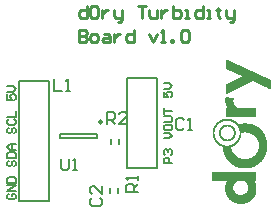
<source format=gto>
%FSLAX25Y25*%
%MOIN*%
G70*
G01*
G75*
G04 Layer_Color=65535*
%ADD10R,0.03543X0.03150*%
%ADD11R,0.03543X0.02756*%
%ADD12R,0.02756X0.05118*%
%ADD13R,0.03347X0.02756*%
%ADD14C,0.01969*%
%ADD15C,0.01575*%
%ADD16C,0.01181*%
%ADD17C,0.00984*%
%ADD18C,0.05906*%
%ADD19R,0.05906X0.05906*%
%ADD20C,0.06000*%
%ADD21C,0.02500*%
%ADD22C,0.00050*%
%ADD23C,0.00787*%
%ADD24C,0.01000*%
%ADD25C,0.00606*%
D17*
X527461Y425984D02*
G03*
X527461Y425984I-492J0D01*
G01*
D22*
X564218Y406547D02*
Y409147D01*
X564268Y406547D02*
Y409147D01*
X564318Y406547D02*
Y409147D01*
X564368Y406547D02*
Y409147D01*
X564418Y406547D02*
Y409147D01*
Y421897D02*
Y422847D01*
X564468Y406547D02*
Y409147D01*
Y421597D02*
Y423197D01*
X564518Y406547D02*
Y409147D01*
Y421347D02*
Y423447D01*
X564568Y406547D02*
Y409147D01*
Y421147D02*
Y423647D01*
X564618Y406547D02*
Y409147D01*
Y420997D02*
Y423797D01*
X564668Y406547D02*
Y409147D01*
Y420847D02*
Y421947D01*
Y422847D02*
Y423947D01*
X564718Y406547D02*
Y409147D01*
Y420697D02*
Y421597D01*
Y423197D02*
Y424097D01*
X564768Y406547D02*
Y409147D01*
Y420597D02*
Y421397D01*
Y423397D02*
Y424197D01*
X564818Y406547D02*
Y409147D01*
Y420497D02*
Y421197D01*
Y423597D02*
Y424297D01*
X564868Y406547D02*
Y409147D01*
Y420397D02*
Y421047D01*
Y423797D02*
Y424397D01*
X564918Y406547D02*
Y409147D01*
Y420297D02*
Y420897D01*
Y423897D02*
Y424547D01*
X564968Y406547D02*
Y409147D01*
Y420197D02*
Y420747D01*
Y424047D02*
Y424647D01*
X565018Y406547D02*
Y409147D01*
Y420097D02*
Y420647D01*
Y424147D02*
Y424697D01*
X565068Y406547D02*
Y409147D01*
Y419997D02*
Y420547D01*
Y424247D02*
Y424797D01*
X565118Y406547D02*
Y409147D01*
Y419947D02*
Y420447D01*
Y424347D02*
Y424847D01*
X565168Y406547D02*
Y409147D01*
Y419847D02*
Y420347D01*
Y424447D02*
Y424947D01*
X565218Y406547D02*
Y409147D01*
Y419797D02*
Y420247D01*
Y424547D02*
Y424997D01*
X565268Y406547D02*
Y409147D01*
Y419697D02*
Y420147D01*
Y424647D02*
Y425097D01*
X565318Y406547D02*
Y409147D01*
Y419647D02*
Y420097D01*
Y424697D02*
Y425147D01*
X565368Y406547D02*
Y409147D01*
Y419597D02*
Y419997D01*
Y424797D02*
Y425247D01*
X565418Y406547D02*
Y409147D01*
Y419497D02*
Y419947D01*
Y424847D02*
Y425297D01*
X565468Y406547D02*
Y409147D01*
Y419447D02*
Y419847D01*
Y424947D02*
Y425347D01*
X565518Y406547D02*
Y409147D01*
Y419397D02*
Y419797D01*
Y424997D02*
Y425397D01*
X565568Y406547D02*
Y409147D01*
Y419347D02*
Y419747D01*
Y425047D02*
Y425447D01*
X565618Y406547D02*
Y409147D01*
Y419297D02*
Y419647D01*
Y425147D02*
Y425497D01*
X565668Y406547D02*
Y409147D01*
Y419247D02*
Y419597D01*
Y425197D02*
Y425547D01*
X565718Y406547D02*
Y409147D01*
Y419197D02*
Y419547D01*
Y425247D02*
Y425647D01*
X565768Y406547D02*
Y409147D01*
Y419147D02*
Y419497D01*
Y425297D02*
Y425697D01*
X565818Y406547D02*
Y409147D01*
Y419097D02*
Y419447D01*
Y425347D02*
Y425697D01*
X565868Y406547D02*
Y409147D01*
Y419047D02*
Y419397D01*
Y425397D02*
Y425747D01*
X565918Y406547D02*
Y409147D01*
Y418997D02*
Y419347D01*
Y425497D02*
Y425797D01*
X565968Y406547D02*
Y409147D01*
Y418947D02*
Y419297D01*
Y425497D02*
Y425847D01*
X566018Y406547D02*
Y409147D01*
Y418897D02*
Y419247D01*
Y425547D02*
Y425897D01*
X566068Y406547D02*
Y409147D01*
Y418847D02*
Y419197D01*
Y425597D02*
Y425947D01*
X566118Y406547D02*
Y409147D01*
Y418797D02*
Y419147D01*
Y425647D02*
Y425997D01*
X566168Y406547D02*
Y409147D01*
Y418797D02*
Y419097D01*
Y425697D02*
Y425997D01*
X566218Y406547D02*
Y409147D01*
Y418747D02*
Y419047D01*
Y425747D02*
Y426047D01*
X566268Y406547D02*
Y409147D01*
Y418697D02*
Y418997D01*
Y425797D02*
Y426097D01*
X566318Y406547D02*
Y409147D01*
Y418647D02*
Y418997D01*
Y425847D02*
Y426147D01*
X566368Y406547D02*
Y409147D01*
Y418647D02*
Y418947D01*
Y425847D02*
Y426147D01*
X566418Y406547D02*
Y409147D01*
Y418597D02*
Y418897D01*
Y425897D02*
Y426197D01*
X566468Y406547D02*
Y409147D01*
Y418547D02*
Y418847D01*
Y425947D02*
Y426247D01*
X566518Y406547D02*
Y409147D01*
Y418547D02*
Y418847D01*
Y422047D02*
Y422747D01*
Y425947D02*
Y426247D01*
X566568Y406547D02*
Y409147D01*
Y418497D02*
Y418797D01*
Y421797D02*
Y423047D01*
Y425997D02*
Y426297D01*
X566618Y406547D02*
Y409147D01*
Y418447D02*
Y418747D01*
Y421597D02*
Y423247D01*
Y426047D02*
Y426347D01*
X566668Y406547D02*
Y409147D01*
Y418447D02*
Y418747D01*
Y421497D02*
Y423397D01*
Y426047D02*
Y426347D01*
X566718Y406547D02*
Y409147D01*
Y418397D02*
Y418697D01*
Y421347D02*
Y423497D01*
Y426097D02*
Y426397D01*
X566768Y406547D02*
Y409147D01*
Y418397D02*
Y418647D01*
Y421247D02*
Y422147D01*
Y422747D02*
Y423597D01*
Y426147D02*
Y426397D01*
X566818Y406547D02*
Y409147D01*
Y418347D02*
Y418647D01*
Y421147D02*
Y421897D01*
Y423047D02*
Y423697D01*
Y426147D02*
Y426447D01*
X566868Y406547D02*
Y409147D01*
Y418297D02*
Y418597D01*
Y421097D02*
Y421697D01*
Y423197D02*
Y423797D01*
Y426197D02*
Y426497D01*
X566918Y406547D02*
Y409147D01*
Y418297D02*
Y418597D01*
Y420997D02*
Y421547D01*
Y423347D02*
Y423847D01*
Y426197D02*
Y426497D01*
X566968Y406547D02*
Y409147D01*
Y418297D02*
Y418547D01*
Y420947D02*
Y421447D01*
Y423447D02*
Y423947D01*
Y426247D02*
Y426547D01*
X567018Y406547D02*
Y409147D01*
Y418247D02*
Y418547D01*
Y420847D02*
Y421347D01*
Y423547D02*
Y423997D01*
Y426247D02*
Y426547D01*
X567068Y406547D02*
Y409147D01*
Y418247D02*
Y418497D01*
Y420797D02*
Y421247D01*
Y423647D02*
Y424047D01*
Y426297D02*
Y426547D01*
X567118Y406547D02*
Y409147D01*
Y418197D02*
Y418497D01*
Y420747D02*
Y421197D01*
Y423697D02*
Y424097D01*
Y426297D02*
Y426597D01*
X567168Y406547D02*
Y409147D01*
Y418197D02*
Y418447D01*
Y420697D02*
Y421097D01*
Y423797D02*
Y424197D01*
Y426347D02*
Y426597D01*
X567218Y406547D02*
Y409147D01*
Y418147D02*
Y418447D01*
Y420647D02*
Y421047D01*
Y423847D02*
Y424247D01*
Y426347D02*
Y426647D01*
X567268Y406547D02*
Y409147D01*
Y418147D02*
Y418397D01*
Y420597D02*
Y420997D01*
Y423897D02*
Y424297D01*
Y426397D02*
Y426647D01*
X567318Y406547D02*
Y409147D01*
Y418097D02*
Y418397D01*
Y420547D02*
Y420947D01*
Y423947D02*
Y424347D01*
Y426397D02*
Y426697D01*
X567368Y406547D02*
Y409147D01*
Y418097D02*
Y418347D01*
Y420497D02*
Y420847D01*
Y424047D02*
Y424397D01*
Y426447D02*
Y426697D01*
X567418Y406547D02*
Y409147D01*
Y418097D02*
Y418347D01*
Y420447D02*
Y420797D01*
Y424097D02*
Y424397D01*
Y426447D02*
Y426697D01*
X567468Y406547D02*
Y409147D01*
Y418047D02*
Y418347D01*
Y420397D02*
Y420747D01*
Y424147D02*
Y424447D01*
Y426447D02*
Y426747D01*
X567518Y406547D02*
Y409147D01*
Y418047D02*
Y418297D01*
Y420347D02*
Y420697D01*
Y424197D02*
Y424497D01*
Y426497D02*
Y426747D01*
X567568Y406547D02*
Y409147D01*
Y418047D02*
Y418297D01*
Y420347D02*
Y420697D01*
Y424247D02*
Y424547D01*
Y426497D02*
Y426797D01*
X567618Y406547D02*
Y409147D01*
Y417997D02*
Y418297D01*
Y420297D02*
Y420647D01*
Y424247D02*
Y424597D01*
Y426547D02*
Y426797D01*
X567668Y406547D02*
Y409147D01*
Y417997D02*
Y418247D01*
Y420247D02*
Y420597D01*
Y424297D02*
Y424647D01*
Y426547D02*
Y426797D01*
X567718Y406547D02*
Y409147D01*
Y417997D02*
Y418247D01*
Y420247D02*
Y420547D01*
Y424347D02*
Y424647D01*
Y426547D02*
Y426797D01*
X567768Y406547D02*
Y409147D01*
Y417697D02*
Y418247D01*
Y420197D02*
Y420497D01*
Y424397D02*
Y424697D01*
Y426597D02*
Y426847D01*
X567818Y406547D02*
Y409147D01*
Y417147D02*
Y418197D01*
Y420147D02*
Y420497D01*
Y424397D02*
Y424697D01*
Y426597D02*
Y426847D01*
X567868Y406547D02*
Y409147D01*
Y416797D02*
Y418197D01*
Y420147D02*
Y420447D01*
Y424447D02*
Y424747D01*
Y426597D02*
Y426847D01*
X567918Y406547D02*
Y409147D01*
Y416547D02*
Y418197D01*
Y420097D02*
Y420397D01*
Y424497D02*
Y424747D01*
Y426597D02*
Y426847D01*
X567968Y406547D02*
Y409147D01*
Y416297D02*
Y418197D01*
Y420097D02*
Y420397D01*
Y424497D02*
Y424797D01*
Y426647D02*
Y426897D01*
X568018Y406547D02*
Y409147D01*
Y416097D02*
Y418147D01*
Y420047D02*
Y420347D01*
Y424547D02*
Y424797D01*
Y426647D02*
Y426897D01*
X568068Y406547D02*
Y409147D01*
Y415897D02*
Y418147D01*
Y420047D02*
Y420347D01*
Y424547D02*
Y424847D01*
Y426647D02*
Y426897D01*
X568118Y406547D02*
Y409147D01*
Y415747D02*
Y418147D01*
Y420047D02*
Y420297D01*
Y424597D02*
Y424847D01*
Y426647D02*
Y426897D01*
X568168Y406547D02*
Y409147D01*
Y415597D02*
Y418147D01*
Y419997D02*
Y420297D01*
Y424597D02*
Y424897D01*
Y426647D02*
Y426897D01*
X568218Y406547D02*
Y409147D01*
Y415447D02*
Y418097D01*
Y419997D02*
Y420247D01*
Y424647D02*
Y424897D01*
Y426697D02*
Y426947D01*
X568268Y406547D02*
Y409147D01*
Y415347D02*
Y418097D01*
Y419947D02*
Y420247D01*
Y424647D02*
Y424897D01*
Y426697D02*
Y426947D01*
X568318Y406547D02*
Y409147D01*
Y415197D02*
Y418097D01*
Y419947D02*
Y420247D01*
Y424647D02*
Y424947D01*
Y426697D02*
Y426947D01*
X568368Y406547D02*
Y409147D01*
Y415097D02*
Y418097D01*
Y419947D02*
Y420197D01*
Y424697D02*
Y424947D01*
Y426697D02*
Y426947D01*
X568418Y406547D02*
Y409147D01*
Y414947D02*
Y418097D01*
Y419897D02*
Y420197D01*
Y424697D02*
Y424947D01*
Y426697D02*
Y426947D01*
X568468Y406547D02*
Y409147D01*
Y414847D02*
Y418097D01*
Y419897D02*
Y420197D01*
Y424697D02*
Y424947D01*
Y426697D02*
Y426947D01*
X568518Y406547D02*
Y409147D01*
Y414747D02*
Y418097D01*
Y419897D02*
Y420197D01*
Y424747D02*
Y424997D01*
Y426747D02*
Y426997D01*
X568568Y403097D02*
Y404497D01*
Y406547D02*
Y409147D01*
Y414647D02*
Y418047D01*
Y419897D02*
Y420147D01*
Y424747D02*
Y424997D01*
Y426747D02*
Y426997D01*
Y433197D02*
Y433497D01*
X568618Y402847D02*
Y404797D01*
Y406547D02*
Y409147D01*
Y414547D02*
Y418047D01*
Y419897D02*
Y420147D01*
Y424747D02*
Y424997D01*
Y426747D02*
Y426997D01*
Y432647D02*
Y434047D01*
X568668Y402597D02*
Y404997D01*
Y406547D02*
Y409147D01*
Y414447D02*
Y418047D01*
Y419897D02*
Y420147D01*
Y424747D02*
Y424997D01*
Y426747D02*
Y426997D01*
Y432397D02*
Y434247D01*
X568718Y402447D02*
Y405197D01*
Y406547D02*
Y409147D01*
Y414397D02*
Y418047D01*
Y419847D02*
Y420147D01*
Y424747D02*
Y424997D01*
Y426747D02*
Y426997D01*
Y432197D02*
Y434197D01*
X568768Y402297D02*
Y405347D01*
Y406547D02*
Y409147D01*
Y414297D02*
Y418047D01*
Y419847D02*
Y420147D01*
Y424797D02*
Y425047D01*
Y426747D02*
Y426997D01*
Y427997D02*
Y430497D01*
Y432047D02*
Y434197D01*
Y435647D02*
Y438497D01*
Y443997D02*
Y446747D01*
X568818Y402147D02*
Y405447D01*
Y406547D02*
Y409147D01*
Y414197D02*
Y418047D01*
Y419847D02*
Y420097D01*
Y424797D02*
Y425047D01*
Y426747D02*
Y426997D01*
Y427997D02*
Y430497D01*
Y431897D02*
Y434197D01*
Y435647D02*
Y438547D01*
Y443947D02*
Y446697D01*
X568868Y401997D02*
Y405597D01*
Y406547D02*
Y409147D01*
Y414147D02*
Y418047D01*
Y419847D02*
Y420097D01*
Y424797D02*
Y425047D01*
Y426747D02*
Y426997D01*
Y427997D02*
Y430497D01*
Y431747D02*
Y434197D01*
Y435697D02*
Y438547D01*
Y443947D02*
Y446697D01*
X568918Y401897D02*
Y405697D01*
Y406547D02*
Y409147D01*
Y414047D02*
Y418047D01*
Y419847D02*
Y420097D01*
Y424797D02*
Y425047D01*
Y426747D02*
Y426997D01*
Y427997D02*
Y430497D01*
Y431647D02*
Y434197D01*
Y435697D02*
Y438597D01*
Y443897D02*
Y446647D01*
X568968Y401797D02*
Y405797D01*
Y406547D02*
Y409147D01*
Y413947D02*
Y418047D01*
Y419847D02*
Y420097D01*
Y424797D02*
Y425047D01*
Y426747D02*
Y426997D01*
Y427997D02*
Y430497D01*
Y431547D02*
Y434197D01*
Y435747D02*
Y438597D01*
Y443897D02*
Y446647D01*
X569018Y401697D02*
Y405897D01*
Y406547D02*
Y409147D01*
Y413897D02*
Y418047D01*
Y419847D02*
Y420097D01*
Y424797D02*
Y425047D01*
Y426747D02*
Y426997D01*
Y427997D02*
Y430497D01*
Y431447D02*
Y434197D01*
Y435747D02*
Y438647D01*
Y443897D02*
Y446597D01*
X569068Y401597D02*
Y405997D01*
Y406547D02*
Y409147D01*
Y413797D02*
Y418047D01*
Y419847D02*
Y420097D01*
Y424797D02*
Y425047D01*
Y426747D02*
Y426997D01*
Y427997D02*
Y430497D01*
Y431347D02*
Y434197D01*
Y435797D02*
Y438647D01*
Y443847D02*
Y446597D01*
X569118Y401497D02*
Y406097D01*
Y406547D02*
Y409147D01*
Y413747D02*
Y418047D01*
Y419847D02*
Y420097D01*
Y424797D02*
Y425047D01*
Y426747D02*
Y426997D01*
Y427997D02*
Y430497D01*
Y431247D02*
Y434147D01*
Y435797D02*
Y438697D01*
Y443847D02*
Y446597D01*
X569168Y401397D02*
Y406147D01*
Y406547D02*
Y409147D01*
Y413697D02*
Y418047D01*
Y419847D02*
Y420097D01*
Y424797D02*
Y425047D01*
Y426747D02*
Y426997D01*
Y427997D02*
Y430497D01*
Y431147D02*
Y434147D01*
Y435847D02*
Y438697D01*
Y443797D02*
Y446547D01*
X569218Y401347D02*
Y406247D01*
Y406547D02*
Y409147D01*
Y413597D02*
Y418047D01*
Y419847D02*
Y420097D01*
Y424797D02*
Y425047D01*
Y426747D02*
Y426997D01*
Y427997D02*
Y430497D01*
Y431097D02*
Y434147D01*
Y435847D02*
Y438747D01*
Y443797D02*
Y446547D01*
X569268Y401247D02*
Y406297D01*
Y406547D02*
Y409147D01*
Y413547D02*
Y418047D01*
Y419847D02*
Y420097D01*
Y424797D02*
Y425047D01*
Y426747D02*
Y426997D01*
Y427997D02*
Y430497D01*
Y431047D02*
Y434147D01*
Y435897D02*
Y438747D01*
Y443747D02*
Y446497D01*
X569318Y401197D02*
Y406397D01*
Y406547D02*
Y409147D01*
Y413497D02*
Y418047D01*
Y419847D02*
Y420097D01*
Y424797D02*
Y425047D01*
Y426747D02*
Y426997D01*
Y427997D02*
Y430497D01*
Y430947D02*
Y434147D01*
Y435897D02*
Y438797D01*
Y443747D02*
Y446497D01*
X569368Y401097D02*
Y406447D01*
Y406547D02*
Y409147D01*
Y413447D02*
Y418047D01*
Y419847D02*
Y420097D01*
Y424797D02*
Y425047D01*
Y426747D02*
Y426997D01*
Y427997D02*
Y430497D01*
Y430897D02*
Y434147D01*
Y435947D02*
Y438797D01*
Y443697D02*
Y446447D01*
X569418Y401047D02*
Y409147D01*
Y413347D02*
Y418047D01*
Y419847D02*
Y420147D01*
Y424797D02*
Y425047D01*
Y426747D02*
Y426997D01*
Y427997D02*
Y430497D01*
Y430847D02*
Y434147D01*
Y435947D02*
Y438847D01*
Y443697D02*
Y446447D01*
X569468Y400997D02*
Y409147D01*
Y413297D02*
Y418097D01*
Y419897D02*
Y420147D01*
Y424747D02*
Y424997D01*
Y426747D02*
Y426997D01*
Y427997D02*
Y430497D01*
Y430797D02*
Y434147D01*
Y435997D02*
Y438847D01*
Y443697D02*
Y446397D01*
X569518Y400897D02*
Y409147D01*
Y413247D02*
Y418097D01*
Y419897D02*
Y420147D01*
Y424747D02*
Y424997D01*
Y426697D02*
Y426947D01*
Y427997D02*
Y430497D01*
Y430747D02*
Y434097D01*
Y435997D02*
Y438847D01*
Y443647D02*
Y446397D01*
X569568Y400847D02*
Y409147D01*
Y413197D02*
Y418097D01*
Y419897D02*
Y420147D01*
Y424747D02*
Y424997D01*
Y426697D02*
Y426947D01*
Y427997D02*
Y430497D01*
Y430697D02*
Y434097D01*
Y436047D02*
Y438897D01*
Y443647D02*
Y446347D01*
X569618Y400797D02*
Y409147D01*
Y413147D02*
Y418097D01*
Y419897D02*
Y420147D01*
Y424747D02*
Y424997D01*
Y426697D02*
Y426947D01*
Y427997D02*
Y430497D01*
Y430647D02*
Y434097D01*
Y436047D02*
Y438897D01*
Y443597D02*
Y446347D01*
X569668Y400747D02*
Y409147D01*
Y413097D02*
Y418097D01*
Y419897D02*
Y420147D01*
Y424747D02*
Y424997D01*
Y426697D02*
Y426947D01*
Y427997D02*
Y430497D01*
Y430597D02*
Y434097D01*
Y436097D02*
Y438947D01*
Y443597D02*
Y446297D01*
X569718Y400697D02*
Y409147D01*
Y413047D02*
Y418097D01*
Y419947D02*
Y420197D01*
Y424697D02*
Y424947D01*
Y426697D02*
Y426947D01*
Y427997D02*
Y430497D01*
Y430547D02*
Y434097D01*
Y436097D02*
Y438947D01*
Y443547D02*
Y446297D01*
X569768Y400597D02*
Y409147D01*
Y412997D02*
Y418097D01*
Y419947D02*
Y420197D01*
Y424697D02*
Y424947D01*
Y426697D02*
Y426947D01*
Y427997D02*
Y434097D01*
Y436147D02*
Y438997D01*
Y443547D02*
Y446297D01*
X569818Y400547D02*
Y409147D01*
Y412947D02*
Y418147D01*
Y419947D02*
Y420197D01*
Y424697D02*
Y424947D01*
Y426647D02*
Y426897D01*
Y427997D02*
Y434097D01*
Y436147D02*
Y438997D01*
Y443497D02*
Y446247D01*
X569868Y400497D02*
Y409147D01*
Y412897D02*
Y418147D01*
Y419947D02*
Y420247D01*
Y424647D02*
Y424947D01*
Y426647D02*
Y426897D01*
Y427997D02*
Y434097D01*
Y436197D02*
Y439047D01*
Y443497D02*
Y446247D01*
X569918Y400447D02*
Y409147D01*
Y412847D02*
Y418147D01*
Y419997D02*
Y420247D01*
Y424647D02*
Y424897D01*
Y426647D02*
Y426897D01*
Y427997D02*
Y434047D01*
Y436197D02*
Y439047D01*
Y443447D02*
Y446197D01*
X569968Y400397D02*
Y409147D01*
Y412797D02*
Y418147D01*
Y419997D02*
Y420247D01*
Y424647D02*
Y424897D01*
Y426647D02*
Y426897D01*
Y427997D02*
Y434047D01*
Y436247D02*
Y439097D01*
Y443447D02*
Y446197D01*
X570018Y400347D02*
Y409147D01*
Y412747D02*
Y418197D01*
Y419997D02*
Y420297D01*
Y424597D02*
Y424897D01*
Y426647D02*
Y426897D01*
Y427997D02*
Y434047D01*
Y436247D02*
Y439097D01*
Y443447D02*
Y446147D01*
X570068Y400347D02*
Y409147D01*
Y412697D02*
Y418197D01*
Y420047D02*
Y420297D01*
Y424597D02*
Y424847D01*
Y426597D02*
Y426847D01*
Y427997D02*
Y434047D01*
Y436297D02*
Y439147D01*
Y443397D02*
Y446147D01*
X570118Y400297D02*
Y409147D01*
Y412647D02*
Y418197D01*
Y420047D02*
Y420347D01*
Y424547D02*
Y424847D01*
Y426597D02*
Y426847D01*
Y427997D02*
Y434047D01*
Y436297D02*
Y439147D01*
Y443397D02*
Y446097D01*
X570168Y400247D02*
Y409147D01*
Y412597D02*
Y418197D01*
Y420097D02*
Y420347D01*
Y424547D02*
Y424797D01*
Y426597D02*
Y426847D01*
Y427997D02*
Y434047D01*
Y436347D02*
Y439197D01*
Y443347D02*
Y446097D01*
X570218Y400197D02*
Y409147D01*
Y412547D02*
Y417447D01*
Y417947D02*
Y418247D01*
Y420097D02*
Y420397D01*
Y424497D02*
Y424797D01*
Y426597D02*
Y426847D01*
Y427997D02*
Y434047D01*
Y436347D02*
Y439197D01*
Y443347D02*
Y446047D01*
X570268Y400147D02*
Y409147D01*
Y412497D02*
Y417197D01*
Y417997D02*
Y418247D01*
Y420147D02*
Y420397D01*
Y424497D02*
Y424747D01*
Y426547D02*
Y426797D01*
Y427997D02*
Y434047D01*
Y436397D02*
Y439247D01*
Y443297D02*
Y446047D01*
X570318Y400097D02*
Y409147D01*
Y412447D02*
Y416947D01*
Y417997D02*
Y418247D01*
Y420147D02*
Y420447D01*
Y424447D02*
Y424747D01*
Y426547D02*
Y426797D01*
Y427997D02*
Y433997D01*
Y436397D02*
Y439247D01*
Y443297D02*
Y446047D01*
X570368Y400097D02*
Y409147D01*
Y412447D02*
Y416797D01*
Y417997D02*
Y418297D01*
Y420197D02*
Y420497D01*
Y424447D02*
Y424697D01*
Y426547D02*
Y426797D01*
Y427997D02*
Y433997D01*
Y436447D02*
Y439297D01*
Y443247D02*
Y445997D01*
X570418Y400047D02*
Y409147D01*
Y412397D02*
Y416647D01*
Y418047D02*
Y418297D01*
Y420197D02*
Y420497D01*
Y424397D02*
Y424697D01*
Y426497D02*
Y426747D01*
Y427997D02*
Y433997D01*
Y436447D02*
Y439297D01*
Y443247D02*
Y445997D01*
X570468Y399997D02*
Y409147D01*
Y412347D02*
Y416497D01*
Y418047D02*
Y418297D01*
Y420247D02*
Y420547D01*
Y424347D02*
Y424647D01*
Y426497D02*
Y426747D01*
Y427997D02*
Y433997D01*
Y436497D02*
Y439347D01*
Y443247D02*
Y445947D01*
X570518Y399947D02*
Y409147D01*
Y412297D02*
Y416397D01*
Y418047D02*
Y418347D01*
Y420297D02*
Y420597D01*
Y424297D02*
Y424647D01*
Y426447D02*
Y426747D01*
Y427997D02*
Y433997D01*
Y436497D02*
Y439347D01*
Y443197D02*
Y445947D01*
X570568Y399947D02*
Y409147D01*
Y412247D02*
Y416247D01*
Y418097D02*
Y418347D01*
Y420297D02*
Y420647D01*
Y424247D02*
Y424597D01*
Y426447D02*
Y426697D01*
Y427997D02*
Y433997D01*
Y436547D02*
Y439397D01*
Y443197D02*
Y445897D01*
X570618Y399897D02*
Y409147D01*
Y412247D02*
Y416147D01*
Y418097D02*
Y418347D01*
Y420347D02*
Y420697D01*
Y424247D02*
Y424547D01*
Y426447D02*
Y426697D01*
Y427997D02*
Y433997D01*
Y436547D02*
Y439397D01*
Y443147D02*
Y445897D01*
X570668Y399847D02*
Y409147D01*
Y412197D02*
Y416047D01*
Y418097D02*
Y418397D01*
Y420397D02*
Y420697D01*
Y424197D02*
Y424497D01*
Y426397D02*
Y426697D01*
Y427997D02*
Y433997D01*
Y436597D02*
Y439447D01*
Y443147D02*
Y445847D01*
X570718Y399847D02*
Y409147D01*
Y412147D02*
Y415947D01*
Y418147D02*
Y418397D01*
Y420447D02*
Y420747D01*
Y424147D02*
Y424447D01*
Y426397D02*
Y426647D01*
Y427997D02*
Y433947D01*
Y436597D02*
Y439447D01*
Y443097D02*
Y445847D01*
X570768Y399797D02*
Y409147D01*
Y412147D02*
Y415897D01*
Y418147D02*
Y418447D01*
Y420497D02*
Y420797D01*
Y424097D02*
Y424447D01*
Y426347D02*
Y426647D01*
Y427997D02*
Y433947D01*
Y436647D02*
Y439497D01*
Y443097D02*
Y445797D01*
X570818Y399747D02*
Y409147D01*
Y412097D02*
Y415797D01*
Y418197D02*
Y418447D01*
Y420497D02*
Y420847D01*
Y424047D02*
Y424397D01*
Y426347D02*
Y426597D01*
Y427997D02*
Y433947D01*
Y436647D02*
Y439497D01*
Y443047D02*
Y445797D01*
X570868Y399747D02*
Y409147D01*
Y412047D02*
Y415697D01*
Y418197D02*
Y418497D01*
Y420547D02*
Y420897D01*
Y423997D02*
Y424347D01*
Y426297D02*
Y426597D01*
Y427997D02*
Y433947D01*
Y436697D02*
Y439547D01*
Y443047D02*
Y445747D01*
X570918Y399697D02*
Y409147D01*
Y412047D02*
Y415647D01*
Y418247D02*
Y418497D01*
Y420597D02*
Y420997D01*
Y423897D02*
Y424297D01*
Y426297D02*
Y426547D01*
Y427997D02*
Y433947D01*
Y436697D02*
Y439547D01*
Y442997D02*
Y445747D01*
X570968Y399697D02*
Y403697D01*
Y404597D02*
Y409147D01*
Y411997D02*
Y415547D01*
Y418247D02*
Y418547D01*
Y420647D02*
Y421047D01*
Y423847D02*
Y424247D01*
Y426247D02*
Y426547D01*
Y427997D02*
Y433947D01*
Y436747D02*
Y439597D01*
Y442997D02*
Y445747D01*
X571018Y399647D02*
Y403447D01*
Y404847D02*
Y409147D01*
Y411947D02*
Y415497D01*
Y418297D02*
Y418547D01*
Y420697D02*
Y421097D01*
Y423797D02*
Y424197D01*
Y426247D02*
Y426547D01*
Y427997D02*
Y432547D01*
Y433647D02*
Y433947D01*
Y436747D02*
Y439597D01*
Y442997D02*
Y445697D01*
X571068Y399647D02*
Y403297D01*
Y405047D02*
Y409147D01*
Y411947D02*
Y415447D01*
Y418297D02*
Y418597D01*
Y420797D02*
Y421197D01*
Y423747D02*
Y424147D01*
Y426197D02*
Y426497D01*
Y427997D02*
Y432297D01*
Y436797D02*
Y439647D01*
Y442947D02*
Y445697D01*
X571118Y399597D02*
Y403147D01*
Y405197D02*
Y409147D01*
Y411897D02*
Y415347D01*
Y418297D02*
Y418597D01*
Y420847D02*
Y421247D01*
Y423647D02*
Y424047D01*
Y426197D02*
Y426497D01*
Y427997D02*
Y432147D01*
Y436797D02*
Y439647D01*
Y442947D02*
Y445647D01*
X571168Y399547D02*
Y403047D01*
Y405297D02*
Y409147D01*
Y411847D02*
Y415297D01*
Y418347D02*
Y418647D01*
Y420897D02*
Y421347D01*
Y423547D02*
Y423997D01*
Y426147D02*
Y426447D01*
Y427997D02*
Y432047D01*
Y436847D02*
Y439697D01*
Y442897D02*
Y445647D01*
X571218Y399547D02*
Y402947D01*
Y405397D02*
Y409147D01*
Y411847D02*
Y415247D01*
Y418347D02*
Y418647D01*
Y420947D02*
Y421447D01*
Y423447D02*
Y423947D01*
Y426147D02*
Y426447D01*
Y427997D02*
Y431897D01*
Y436847D02*
Y439697D01*
Y442897D02*
Y445597D01*
X571268Y399547D02*
Y402847D01*
Y405497D02*
Y409147D01*
Y411797D02*
Y415197D01*
Y418397D02*
Y418697D01*
Y420997D02*
Y421547D01*
Y423347D02*
Y423897D01*
Y426097D02*
Y426397D01*
Y427997D02*
Y431797D01*
Y436897D02*
Y439747D01*
Y442847D02*
Y445597D01*
X571318Y399497D02*
Y402797D01*
Y405597D02*
Y409147D01*
Y411797D02*
Y415147D01*
Y418447D02*
Y418747D01*
Y421097D02*
Y421697D01*
Y423197D02*
Y423797D01*
Y426047D02*
Y426347D01*
Y427997D02*
Y431697D01*
Y436897D02*
Y439747D01*
Y442847D02*
Y445547D01*
X571368Y399497D02*
Y402697D01*
Y405697D02*
Y409147D01*
Y411747D02*
Y415047D01*
Y418447D02*
Y418747D01*
Y421197D02*
Y421847D01*
Y423047D02*
Y423697D01*
Y426047D02*
Y426347D01*
Y427997D02*
Y431647D01*
Y436947D02*
Y439797D01*
Y442797D02*
Y445547D01*
X571418Y399447D02*
Y402647D01*
Y405747D02*
Y409147D01*
Y411747D02*
Y414997D01*
Y418497D02*
Y418797D01*
Y421297D02*
Y422097D01*
Y422797D02*
Y423597D01*
Y425997D02*
Y426297D01*
Y427997D02*
Y431547D01*
Y436947D02*
Y439797D01*
Y442797D02*
Y445497D01*
X571468Y399447D02*
Y402597D01*
Y405847D02*
Y409147D01*
Y411697D02*
Y414947D01*
Y418547D02*
Y418847D01*
Y421397D02*
Y423497D01*
Y425997D02*
Y426297D01*
Y427997D02*
Y431497D01*
Y436997D02*
Y439847D01*
Y442797D02*
Y445497D01*
X571518Y399397D02*
Y402497D01*
Y405897D02*
Y409147D01*
Y411647D02*
Y414897D01*
Y418547D02*
Y418847D01*
Y421497D02*
Y423397D01*
Y425947D02*
Y426247D01*
Y427997D02*
Y431397D01*
Y436997D02*
Y439847D01*
Y442747D02*
Y445447D01*
X571568Y399397D02*
Y402447D01*
Y405997D02*
Y409147D01*
Y411647D02*
Y414847D01*
Y418597D02*
Y418897D01*
Y421647D02*
Y423247D01*
Y425897D02*
Y426197D01*
Y427997D02*
Y431347D01*
Y437047D02*
Y439847D01*
Y442747D02*
Y445447D01*
X571618Y399347D02*
Y402397D01*
Y406047D02*
Y409147D01*
Y411597D02*
Y414847D01*
Y418647D02*
Y418947D01*
Y421847D02*
Y423047D01*
Y425847D02*
Y426197D01*
Y427997D02*
Y431297D01*
Y437047D02*
Y439897D01*
Y442697D02*
Y445447D01*
X571668Y399347D02*
Y402347D01*
Y406097D02*
Y409147D01*
Y411597D02*
Y414797D01*
Y418647D02*
Y418947D01*
Y422097D02*
Y422797D01*
Y425847D02*
Y426147D01*
Y427997D02*
Y431197D01*
Y437097D02*
Y439897D01*
Y442697D02*
Y445397D01*
X571718Y399347D02*
Y402297D01*
Y406147D02*
Y409147D01*
Y411547D02*
Y414747D01*
Y418697D02*
Y418997D01*
Y425797D02*
Y426097D01*
Y427997D02*
Y431147D01*
Y437097D02*
Y439947D01*
Y442647D02*
Y445397D01*
X571768Y399297D02*
Y402247D01*
Y406197D02*
Y409147D01*
Y411547D02*
Y414697D01*
Y418747D02*
Y419047D01*
Y425747D02*
Y426047D01*
Y427997D02*
Y431097D01*
Y437147D02*
Y439947D01*
Y442647D02*
Y445347D01*
X571818Y399297D02*
Y402247D01*
Y406247D02*
Y409147D01*
Y411497D02*
Y414647D01*
Y418797D02*
Y419097D01*
Y425697D02*
Y426047D01*
Y427997D02*
Y431047D01*
Y437147D02*
Y439997D01*
Y442597D02*
Y445347D01*
X571868Y399297D02*
Y402197D01*
Y406297D02*
Y409147D01*
Y411497D02*
Y414597D01*
Y418797D02*
Y419147D01*
Y425647D02*
Y425997D01*
Y427997D02*
Y430997D01*
Y437197D02*
Y439997D01*
Y442597D02*
Y445297D01*
X571918Y399247D02*
Y402147D01*
Y406347D02*
Y409147D01*
Y411497D02*
Y414547D01*
Y418847D02*
Y419197D01*
Y425597D02*
Y425947D01*
Y427997D02*
Y430947D01*
Y437197D02*
Y440047D01*
Y442547D02*
Y445297D01*
X571968Y399247D02*
Y402097D01*
Y406397D02*
Y409147D01*
Y411447D02*
Y414547D01*
Y418897D02*
Y419247D01*
Y425547D02*
Y425897D01*
Y427997D02*
Y430897D01*
Y437247D02*
Y440047D01*
Y442547D02*
Y445247D01*
X572018Y399247D02*
Y402097D01*
Y406447D02*
Y409147D01*
Y411447D02*
Y414497D01*
Y418947D02*
Y419297D01*
Y425547D02*
Y425847D01*
Y427997D02*
Y430847D01*
Y437247D02*
Y440097D01*
Y442547D02*
Y445247D01*
X572068Y399197D02*
Y402047D01*
Y406497D02*
Y409147D01*
Y411397D02*
Y414447D01*
Y418997D02*
Y419297D01*
Y425497D02*
Y425797D01*
Y427997D02*
Y430847D01*
Y437297D02*
Y440097D01*
Y442497D02*
Y445197D01*
X572118Y399197D02*
Y401997D01*
Y406547D02*
Y409147D01*
Y411397D02*
Y414397D01*
Y419047D02*
Y419397D01*
Y425447D02*
Y425747D01*
Y427997D02*
Y430797D01*
Y437297D02*
Y440147D01*
Y442497D02*
Y445197D01*
X572168Y399197D02*
Y401997D01*
Y406547D02*
Y409147D01*
Y411347D02*
Y414397D01*
Y419097D02*
Y419447D01*
Y425347D02*
Y425747D01*
Y427997D02*
Y430747D01*
Y437347D02*
Y440147D01*
Y442447D02*
Y445147D01*
X572218Y399197D02*
Y401947D01*
Y406547D02*
Y409147D01*
Y411347D02*
Y414347D01*
Y419097D02*
Y419497D01*
Y425297D02*
Y425697D01*
Y427997D02*
Y430697D01*
Y437347D02*
Y440197D01*
Y442447D02*
Y445147D01*
X572268Y399147D02*
Y401947D01*
Y406547D02*
Y409147D01*
Y411347D02*
Y414297D01*
Y419147D02*
Y419547D01*
Y425247D02*
Y425647D01*
Y427997D02*
Y430697D01*
Y437397D02*
Y440197D01*
Y442397D02*
Y445147D01*
X572318Y399147D02*
Y401897D01*
Y406547D02*
Y409147D01*
Y411297D02*
Y414297D01*
Y419247D02*
Y419597D01*
Y425197D02*
Y425597D01*
Y427997D02*
Y430647D01*
Y437397D02*
Y440247D01*
Y442397D02*
Y445097D01*
X572368Y399147D02*
Y401897D01*
Y406547D02*
Y409147D01*
Y411297D02*
Y414247D01*
Y419297D02*
Y419647D01*
Y425147D02*
Y425497D01*
Y427997D02*
Y430597D01*
Y437447D02*
Y440247D01*
Y442347D02*
Y445097D01*
X572418Y399147D02*
Y401847D01*
Y406547D02*
Y409147D01*
Y411297D02*
Y414247D01*
Y419347D02*
Y419747D01*
Y425097D02*
Y425447D01*
Y427997D02*
Y430597D01*
Y437447D02*
Y440297D01*
Y442347D02*
Y445047D01*
X572468Y399097D02*
Y401847D01*
Y406547D02*
Y409147D01*
Y411247D02*
Y414197D01*
Y419397D02*
Y419797D01*
Y424997D02*
Y425397D01*
Y427997D02*
Y430597D01*
Y437497D02*
Y440297D01*
Y442347D02*
Y445047D01*
X572518Y399097D02*
Y401797D01*
Y406547D02*
Y409147D01*
Y411247D02*
Y414147D01*
Y419447D02*
Y419847D01*
Y424947D02*
Y425347D01*
Y427997D02*
Y430597D01*
Y437497D02*
Y440347D01*
Y442297D02*
Y444997D01*
X572568Y399097D02*
Y401797D01*
Y406547D02*
Y409147D01*
Y411197D02*
Y414147D01*
Y419497D02*
Y419947D01*
Y424897D02*
Y425297D01*
Y427997D02*
Y430597D01*
Y437547D02*
Y440347D01*
Y442297D02*
Y444997D01*
X572618Y399097D02*
Y401797D01*
Y406547D02*
Y409147D01*
Y411197D02*
Y414097D01*
Y419547D02*
Y419997D01*
Y424797D02*
Y425247D01*
Y427997D02*
Y430597D01*
Y437547D02*
Y440397D01*
Y442247D02*
Y444947D01*
X572668Y399097D02*
Y401747D01*
Y406547D02*
Y409147D01*
Y411197D02*
Y414097D01*
Y419647D02*
Y420097D01*
Y424697D02*
Y425147D01*
Y427997D02*
Y430597D01*
Y437597D02*
Y440397D01*
Y442247D02*
Y444947D01*
X572718Y399097D02*
Y401747D01*
Y406547D02*
Y409147D01*
Y411197D02*
Y414047D01*
Y419697D02*
Y420147D01*
Y424647D02*
Y425147D01*
Y427997D02*
Y430597D01*
Y437597D02*
Y440447D01*
Y442197D02*
Y444897D01*
X572768Y399047D02*
Y401747D01*
Y406547D02*
Y409147D01*
Y411147D02*
Y414047D01*
Y419797D02*
Y420247D01*
Y424547D02*
Y425147D01*
Y427997D02*
Y430597D01*
Y437647D02*
Y440447D01*
Y442197D02*
Y444897D01*
X572818Y399047D02*
Y401697D01*
Y406547D02*
Y409147D01*
Y411147D02*
Y413997D01*
Y419847D02*
Y420347D01*
Y424497D02*
Y425197D01*
Y427997D02*
Y430597D01*
Y437647D02*
Y440497D01*
Y442147D02*
Y444847D01*
X572868Y399047D02*
Y401697D01*
Y406547D02*
Y409147D01*
Y411147D02*
Y413997D01*
Y419947D02*
Y420447D01*
Y424347D02*
Y425197D01*
Y427997D02*
Y430597D01*
Y437697D02*
Y440497D01*
Y442147D02*
Y444847D01*
X572918Y399047D02*
Y401697D01*
Y406547D02*
Y409147D01*
Y411097D02*
Y413947D01*
Y419997D02*
Y420547D01*
Y424247D02*
Y425197D01*
Y427997D02*
Y430597D01*
Y437697D02*
Y440547D01*
Y442097D02*
Y444847D01*
X572968Y399047D02*
Y401697D01*
Y406547D02*
Y409147D01*
Y411097D02*
Y413947D01*
Y420097D02*
Y420647D01*
Y424147D02*
Y425247D01*
Y427997D02*
Y430597D01*
Y437747D02*
Y440547D01*
Y442097D02*
Y444797D01*
X573018Y399047D02*
Y401647D01*
Y406547D02*
Y409147D01*
Y411097D02*
Y413947D01*
Y420147D02*
Y420747D01*
Y424047D02*
Y425247D01*
Y427997D02*
Y430597D01*
Y437747D02*
Y440597D01*
Y442097D02*
Y444797D01*
X573068Y399047D02*
Y401647D01*
Y406547D02*
Y409147D01*
Y411097D02*
Y413897D01*
Y420247D02*
Y420897D01*
Y423897D02*
Y425247D01*
Y427997D02*
Y430597D01*
Y437797D02*
Y440597D01*
Y442047D02*
Y444747D01*
X573118Y399047D02*
Y401647D01*
Y406547D02*
Y409147D01*
Y411047D02*
Y413897D01*
Y420347D02*
Y420997D01*
Y423797D02*
Y425247D01*
Y427997D02*
Y430597D01*
Y437797D02*
Y440647D01*
Y442047D02*
Y444747D01*
X573168Y398997D02*
Y401647D01*
Y406547D02*
Y409147D01*
Y411047D02*
Y413847D01*
Y420497D02*
Y421147D01*
Y423647D02*
Y425297D01*
Y427997D02*
Y430597D01*
Y437847D02*
Y440647D01*
Y441997D02*
Y444697D01*
X573218Y398997D02*
Y401647D01*
Y406547D02*
Y409147D01*
Y411047D02*
Y413847D01*
Y420597D02*
Y421347D01*
Y423447D02*
Y425297D01*
Y427997D02*
Y430597D01*
Y437847D02*
Y440697D01*
Y441997D02*
Y444697D01*
X573268Y398997D02*
Y401647D01*
Y406547D02*
Y409147D01*
Y411047D02*
Y413847D01*
Y420697D02*
Y421597D01*
Y423197D02*
Y425297D01*
Y427997D02*
Y430597D01*
Y437897D02*
Y440697D01*
Y441947D02*
Y444647D01*
X573318Y398997D02*
Y401647D01*
Y406547D02*
Y409147D01*
Y410997D02*
Y413797D01*
Y420847D02*
Y421897D01*
Y422897D02*
Y425297D01*
Y427997D02*
Y430597D01*
Y437897D02*
Y440747D01*
Y441947D02*
Y444647D01*
X573368Y398997D02*
Y401597D01*
Y406547D02*
Y409147D01*
Y410997D02*
Y413797D01*
Y420997D02*
Y425347D01*
Y427997D02*
Y430597D01*
Y437947D02*
Y440747D01*
Y441897D02*
Y444597D01*
X573418Y398997D02*
Y401597D01*
Y406547D02*
Y409147D01*
Y410997D02*
Y413797D01*
Y421147D02*
Y425347D01*
Y427997D02*
Y430597D01*
Y437947D02*
Y440797D01*
Y441897D02*
Y444597D01*
X573468Y398997D02*
Y401597D01*
Y406547D02*
Y409147D01*
Y410997D02*
Y413747D01*
Y421347D02*
Y425347D01*
Y427997D02*
Y430597D01*
Y437997D02*
Y440797D01*
Y441897D02*
Y444547D01*
X573518Y398997D02*
Y401597D01*
Y406547D02*
Y409147D01*
Y410947D02*
Y413747D01*
Y421597D02*
Y425347D01*
Y427997D02*
Y430597D01*
Y437997D02*
Y440847D01*
Y441847D02*
Y444547D01*
X573568Y398997D02*
Y401597D01*
Y406547D02*
Y409147D01*
Y410947D02*
Y413747D01*
Y421897D02*
Y425347D01*
Y427997D02*
Y430597D01*
Y438047D02*
Y440847D01*
Y441847D02*
Y444547D01*
X573618Y398997D02*
Y401597D01*
Y406547D02*
Y409147D01*
Y410947D02*
Y413697D01*
Y422597D02*
Y425397D01*
Y427997D02*
Y430597D01*
Y438047D02*
Y440847D01*
Y441797D02*
Y444497D01*
X573668Y398997D02*
Y401597D01*
Y406547D02*
Y409147D01*
Y410947D02*
Y413697D01*
Y422597D02*
Y425397D01*
Y427997D02*
Y430597D01*
Y438097D02*
Y440897D01*
Y441797D02*
Y444497D01*
X573718Y398997D02*
Y401597D01*
Y406547D02*
Y409147D01*
Y410947D02*
Y413697D01*
Y422647D02*
Y425397D01*
Y427997D02*
Y430597D01*
Y438097D02*
Y440897D01*
Y441747D02*
Y444447D01*
X573768Y398997D02*
Y401597D01*
Y406547D02*
Y409147D01*
Y410947D02*
Y413697D01*
Y422647D02*
Y425397D01*
Y427997D02*
Y430597D01*
Y438147D02*
Y440947D01*
Y441747D02*
Y444447D01*
X573818Y398997D02*
Y401597D01*
Y406547D02*
Y409147D01*
Y410897D02*
Y413647D01*
Y422647D02*
Y425397D01*
Y427997D02*
Y430597D01*
Y438147D02*
Y440947D01*
Y441697D02*
Y444397D01*
X573868Y398997D02*
Y401597D01*
Y406547D02*
Y409147D01*
Y410897D02*
Y413647D01*
Y422647D02*
Y425397D01*
Y427997D02*
Y430597D01*
Y438197D02*
Y440997D01*
Y441697D02*
Y444397D01*
X573918Y398997D02*
Y401647D01*
Y406547D02*
Y409147D01*
Y410897D02*
Y413647D01*
Y422697D02*
Y425447D01*
Y427997D02*
Y430597D01*
Y438197D02*
Y440997D01*
Y441647D02*
Y444347D01*
X573968Y398997D02*
Y401647D01*
Y406547D02*
Y409147D01*
Y410897D02*
Y413647D01*
Y422697D02*
Y425447D01*
Y427997D02*
Y430597D01*
Y438247D02*
Y441047D01*
Y441647D02*
Y444347D01*
X574018Y398997D02*
Y401647D01*
Y406547D02*
Y409147D01*
Y410897D02*
Y413647D01*
Y422697D02*
Y425447D01*
Y427997D02*
Y430597D01*
Y438247D02*
Y441047D01*
Y441647D02*
Y444297D01*
X574068Y399047D02*
Y401647D01*
Y406547D02*
Y409147D01*
Y410897D02*
Y413597D01*
Y422697D02*
Y425447D01*
Y427997D02*
Y430597D01*
Y438297D02*
Y441097D01*
Y441597D02*
Y444297D01*
X574118Y399047D02*
Y401647D01*
Y406547D02*
Y409147D01*
Y410897D02*
Y413597D01*
Y422697D02*
Y425447D01*
Y427997D02*
Y430597D01*
Y438297D02*
Y441097D01*
Y441597D02*
Y444297D01*
X574168Y399047D02*
Y401647D01*
Y406547D02*
Y409147D01*
Y410897D02*
Y413597D01*
Y422747D02*
Y425447D01*
Y427997D02*
Y430597D01*
Y438347D02*
Y441147D01*
Y441547D02*
Y444247D01*
X574218Y399047D02*
Y401697D01*
Y406547D02*
Y409147D01*
Y410847D02*
Y413597D01*
Y422747D02*
Y425447D01*
Y427997D02*
Y430597D01*
Y438347D02*
Y441147D01*
Y441547D02*
Y444247D01*
X574268Y399047D02*
Y401697D01*
Y406547D02*
Y409147D01*
Y410847D02*
Y413597D01*
Y422747D02*
Y425447D01*
Y427997D02*
Y430597D01*
Y438347D02*
Y441197D01*
Y441497D02*
Y444197D01*
X574318Y399047D02*
Y401697D01*
Y406547D02*
Y409147D01*
Y410847D02*
Y413597D01*
Y422747D02*
Y425447D01*
Y427997D02*
Y430597D01*
Y438397D02*
Y441197D01*
Y441497D02*
Y444197D01*
X574368Y399047D02*
Y401697D01*
Y406547D02*
Y409147D01*
Y410847D02*
Y413597D01*
Y422747D02*
Y425447D01*
Y427997D02*
Y430597D01*
Y438447D02*
Y441247D01*
Y441447D02*
Y444147D01*
X574418Y399047D02*
Y401747D01*
Y406547D02*
Y409147D01*
Y410847D02*
Y413547D01*
Y422747D02*
Y425497D01*
Y427997D02*
Y430597D01*
Y438447D02*
Y441247D01*
Y441447D02*
Y444147D01*
X574468Y399097D02*
Y401747D01*
Y406547D02*
Y409147D01*
Y410847D02*
Y413547D01*
Y422747D02*
Y425497D01*
Y427997D02*
Y430597D01*
Y438447D02*
Y441297D01*
Y441447D02*
Y444097D01*
X574518Y399097D02*
Y401747D01*
Y406547D02*
Y409147D01*
Y410847D02*
Y413547D01*
Y422747D02*
Y425497D01*
Y427997D02*
Y430597D01*
Y438497D02*
Y441297D01*
Y441397D02*
Y444097D01*
X574568Y399097D02*
Y401747D01*
Y406547D02*
Y409147D01*
Y410847D02*
Y413547D01*
Y422747D02*
Y425497D01*
Y427997D02*
Y430597D01*
Y438497D02*
Y441347D01*
Y441397D02*
Y444047D01*
X574618Y399097D02*
Y401797D01*
Y406547D02*
Y409147D01*
Y410847D02*
Y413547D01*
Y422797D02*
Y425497D01*
Y427997D02*
Y430597D01*
Y438547D02*
Y444047D01*
X574668Y399097D02*
Y401797D01*
Y406547D02*
Y409147D01*
Y410847D02*
Y413547D01*
Y422797D02*
Y425497D01*
Y427997D02*
Y430597D01*
Y438547D02*
Y443997D01*
X574718Y399097D02*
Y401847D01*
Y406547D02*
Y409147D01*
Y410847D02*
Y413547D01*
Y422797D02*
Y425497D01*
Y427997D02*
Y430597D01*
Y438597D02*
Y443997D01*
X574768Y399147D02*
Y401847D01*
Y406547D02*
Y409147D01*
Y410847D02*
Y413547D01*
Y422797D02*
Y425497D01*
Y427997D02*
Y430597D01*
Y438597D02*
Y443997D01*
X574818Y399147D02*
Y401897D01*
Y406547D02*
Y409147D01*
Y410847D02*
Y413547D01*
Y422797D02*
Y425497D01*
Y427997D02*
Y430597D01*
Y438647D02*
Y443947D01*
X574868Y399147D02*
Y401897D01*
Y406547D02*
Y409147D01*
Y410847D02*
Y413547D01*
Y422797D02*
Y425497D01*
Y427997D02*
Y430597D01*
Y438647D02*
Y443947D01*
X574918Y399147D02*
Y401947D01*
Y406547D02*
Y409147D01*
Y410847D02*
Y413547D01*
Y422797D02*
Y425497D01*
Y427997D02*
Y430597D01*
Y438697D02*
Y443897D01*
X574968Y399197D02*
Y401947D01*
Y406547D02*
Y409147D01*
Y410847D02*
Y413547D01*
Y422797D02*
Y425497D01*
Y427997D02*
Y430597D01*
Y438697D02*
Y443897D01*
X575018Y399197D02*
Y401997D01*
Y406547D02*
Y409147D01*
Y410847D02*
Y413547D01*
Y422797D02*
Y425497D01*
Y427997D02*
Y430597D01*
Y438747D02*
Y443847D01*
X575068Y399197D02*
Y401997D01*
Y406547D02*
Y409147D01*
Y410847D02*
Y413547D01*
Y422797D02*
Y425497D01*
Y427997D02*
Y430597D01*
Y438747D02*
Y443847D01*
X575118Y399197D02*
Y402047D01*
Y406497D02*
Y409147D01*
Y410847D02*
Y413547D01*
Y422797D02*
Y425497D01*
Y427997D02*
Y430597D01*
Y438797D02*
Y443797D01*
X575168Y399247D02*
Y402097D01*
Y406447D02*
Y409147D01*
Y410847D02*
Y413547D01*
Y422797D02*
Y425497D01*
Y427997D02*
Y430597D01*
Y438797D02*
Y443797D01*
X575218Y399247D02*
Y402097D01*
Y406397D02*
Y409147D01*
Y410847D02*
Y413547D01*
Y422797D02*
Y425497D01*
Y427997D02*
Y430597D01*
Y438847D02*
Y443747D01*
X575268Y399247D02*
Y402147D01*
Y406347D02*
Y409147D01*
Y410847D02*
Y413547D01*
Y422797D02*
Y425497D01*
Y427997D02*
Y430597D01*
Y438847D02*
Y443747D01*
X575318Y399297D02*
Y402197D01*
Y406347D02*
Y409147D01*
Y410847D02*
Y413547D01*
Y422797D02*
Y425497D01*
Y427997D02*
Y430597D01*
Y438897D02*
Y443697D01*
X575368Y399297D02*
Y402247D01*
Y406297D02*
Y409147D01*
Y410847D02*
Y413547D01*
Y422797D02*
Y425497D01*
Y427997D02*
Y430597D01*
Y438897D02*
Y443697D01*
X575418Y399297D02*
Y402247D01*
Y406247D02*
Y409147D01*
Y410847D02*
Y413547D01*
Y422747D02*
Y425497D01*
Y427997D02*
Y430597D01*
Y438947D02*
Y443697D01*
X575468Y399347D02*
Y402297D01*
Y406197D02*
Y409147D01*
Y410847D02*
Y413547D01*
Y422747D02*
Y425497D01*
Y427997D02*
Y430597D01*
Y438947D02*
Y443647D01*
X575518Y399347D02*
Y402347D01*
Y406147D02*
Y409147D01*
Y410847D02*
Y413547D01*
Y422747D02*
Y425497D01*
Y427997D02*
Y430597D01*
Y438997D02*
Y443647D01*
X575568Y399397D02*
Y402397D01*
Y406047D02*
Y409147D01*
Y410847D02*
Y413547D01*
Y422747D02*
Y425497D01*
Y427997D02*
Y430597D01*
Y438997D02*
Y443597D01*
X575618Y399397D02*
Y402447D01*
Y405997D02*
Y409147D01*
Y410847D02*
Y413597D01*
Y422747D02*
Y425447D01*
Y427997D02*
Y430597D01*
Y439047D02*
Y443597D01*
X575668Y399397D02*
Y402547D01*
Y405947D02*
Y409147D01*
Y410847D02*
Y413597D01*
Y422747D02*
Y425447D01*
Y427997D02*
Y430597D01*
Y439047D02*
Y443547D01*
X575718Y399447D02*
Y402597D01*
Y405897D02*
Y409147D01*
Y410847D02*
Y413597D01*
Y422747D02*
Y425447D01*
Y427997D02*
Y430597D01*
Y439097D02*
Y443547D01*
X575768Y399447D02*
Y402647D01*
Y405797D02*
Y409147D01*
Y410847D02*
Y413597D01*
Y422747D02*
Y425447D01*
Y427997D02*
Y430597D01*
Y439097D02*
Y443497D01*
X575818Y399497D02*
Y402747D01*
Y405747D02*
Y409147D01*
Y410897D02*
Y413597D01*
Y422747D02*
Y425447D01*
Y427997D02*
Y430597D01*
Y439147D02*
Y443497D01*
X575868Y399497D02*
Y402797D01*
Y405647D02*
Y409147D01*
Y410897D02*
Y413597D01*
Y422697D02*
Y425447D01*
Y427997D02*
Y430597D01*
Y439147D02*
Y443447D01*
X575918Y399547D02*
Y402897D01*
Y405547D02*
Y409147D01*
Y410897D02*
Y413597D01*
Y422697D02*
Y425447D01*
Y427997D02*
Y430597D01*
Y439197D02*
Y443447D01*
X575968Y399547D02*
Y402997D01*
Y405447D02*
Y409147D01*
Y410897D02*
Y413647D01*
Y422697D02*
Y425447D01*
Y427997D02*
Y430597D01*
Y439197D02*
Y443397D01*
X576018Y399597D02*
Y403097D01*
Y405347D02*
Y409147D01*
Y410897D02*
Y413647D01*
Y422697D02*
Y425447D01*
Y427997D02*
Y430597D01*
Y439247D02*
Y443397D01*
X576068Y399597D02*
Y403197D01*
Y405247D02*
Y409147D01*
Y410897D02*
Y413647D01*
Y422697D02*
Y425397D01*
Y427997D02*
Y430597D01*
Y439247D02*
Y443397D01*
X576118Y399647D02*
Y403347D01*
Y405097D02*
Y409147D01*
Y410897D02*
Y413647D01*
Y422647D02*
Y425397D01*
Y427997D02*
Y430597D01*
Y439297D02*
Y443347D01*
X576168Y399647D02*
Y403497D01*
Y404897D02*
Y409147D01*
Y410897D02*
Y413647D01*
Y422647D02*
Y425397D01*
Y427997D02*
Y430597D01*
Y439297D02*
Y443347D01*
X576218Y399697D02*
Y403697D01*
Y404647D02*
Y409147D01*
Y410947D02*
Y413697D01*
Y422647D02*
Y425397D01*
Y427997D02*
Y430597D01*
Y439347D02*
Y443297D01*
X576268Y399697D02*
Y409147D01*
Y410947D02*
Y413697D01*
Y422647D02*
Y425397D01*
Y427997D02*
Y430597D01*
Y439347D02*
Y443297D01*
X576318Y399747D02*
Y409147D01*
Y410947D02*
Y413697D01*
Y422597D02*
Y425397D01*
Y427997D02*
Y430597D01*
Y439397D02*
Y443247D01*
X576368Y399797D02*
Y409147D01*
Y410947D02*
Y413747D01*
Y422597D02*
Y425397D01*
Y427997D02*
Y430597D01*
Y439397D02*
Y443247D01*
X576418Y399797D02*
Y409147D01*
Y410947D02*
Y413747D01*
Y422597D02*
Y425347D01*
Y427997D02*
Y430597D01*
Y439447D02*
Y443197D01*
X576468Y399847D02*
Y409147D01*
Y410997D02*
Y413747D01*
Y422597D02*
Y425347D01*
Y427997D02*
Y430597D01*
Y439447D02*
Y443197D01*
X576518Y399847D02*
Y409147D01*
Y410997D02*
Y413747D01*
Y422547D02*
Y425347D01*
Y427997D02*
Y430597D01*
Y439497D02*
Y443147D01*
X576568Y399897D02*
Y409147D01*
Y410997D02*
Y413797D01*
Y422547D02*
Y425347D01*
Y427997D02*
Y430597D01*
Y439497D02*
Y443147D01*
X576618Y399947D02*
Y409147D01*
Y410997D02*
Y413797D01*
Y422547D02*
Y425347D01*
Y427997D02*
Y430597D01*
Y439547D02*
Y443147D01*
X576668Y399947D02*
Y409147D01*
Y410997D02*
Y413797D01*
Y422497D02*
Y425297D01*
Y427997D02*
Y430597D01*
Y439547D02*
Y443097D01*
X576718Y399997D02*
Y409147D01*
Y411047D02*
Y413847D01*
Y422497D02*
Y425297D01*
Y427997D02*
Y430597D01*
Y439597D02*
Y443097D01*
X576768Y400047D02*
Y409147D01*
Y411047D02*
Y413847D01*
Y422497D02*
Y425297D01*
Y427997D02*
Y430597D01*
Y439597D02*
Y443047D01*
X576818Y400097D02*
Y409147D01*
Y411047D02*
Y413847D01*
Y422447D02*
Y425297D01*
Y427997D02*
Y430597D01*
Y439647D02*
Y443047D01*
X576868Y400097D02*
Y409147D01*
Y411047D02*
Y413897D01*
Y422447D02*
Y425247D01*
Y427997D02*
Y430597D01*
Y439647D02*
Y442997D01*
X576918Y400147D02*
Y409147D01*
Y411097D02*
Y413897D01*
Y422397D02*
Y425247D01*
Y427997D02*
Y430597D01*
Y439697D02*
Y442997D01*
X576968Y400197D02*
Y409147D01*
Y411097D02*
Y413947D01*
Y422397D02*
Y425247D01*
Y427997D02*
Y430597D01*
Y439697D02*
Y442947D01*
X577018Y400247D02*
Y409147D01*
Y411097D02*
Y413947D01*
Y422397D02*
Y425247D01*
Y427997D02*
Y430597D01*
Y439747D02*
Y442947D01*
X577068Y400297D02*
Y409147D01*
Y411097D02*
Y413997D01*
Y422347D02*
Y425197D01*
Y427997D02*
Y430597D01*
Y439747D02*
Y442897D01*
X577118Y400347D02*
Y409147D01*
Y411147D02*
Y413997D01*
Y422347D02*
Y425197D01*
Y427997D02*
Y430597D01*
Y439797D02*
Y442897D01*
X577168Y400397D02*
Y409147D01*
Y411147D02*
Y413997D01*
Y422297D02*
Y425197D01*
Y427997D02*
Y430597D01*
Y439797D02*
Y442847D01*
X577218Y400447D02*
Y409147D01*
Y411147D02*
Y414047D01*
Y422297D02*
Y425147D01*
Y427997D02*
Y430597D01*
Y439847D02*
Y442847D01*
X577268Y400497D02*
Y409147D01*
Y411197D02*
Y414047D01*
Y422247D02*
Y425147D01*
Y427997D02*
Y430597D01*
Y439847D02*
Y442847D01*
X577318Y400547D02*
Y409147D01*
Y411197D02*
Y414097D01*
Y422247D02*
Y425147D01*
Y427997D02*
Y430597D01*
Y439897D02*
Y442797D01*
X577368Y400597D02*
Y409147D01*
Y411197D02*
Y414097D01*
Y422197D02*
Y425097D01*
Y427997D02*
Y430597D01*
Y439897D02*
Y442797D01*
X577418Y400647D02*
Y409147D01*
Y411247D02*
Y414147D01*
Y422197D02*
Y425097D01*
Y427997D02*
Y430597D01*
Y439947D02*
Y442747D01*
X577468Y400697D02*
Y409147D01*
Y411247D02*
Y414197D01*
Y422147D02*
Y425097D01*
Y427997D02*
Y430597D01*
Y439947D02*
Y442747D01*
X577518Y400747D02*
Y409147D01*
Y411247D02*
Y414197D01*
Y422147D02*
Y425047D01*
Y427997D02*
Y430597D01*
Y439997D02*
Y442697D01*
X577568Y400797D02*
Y409147D01*
Y411297D02*
Y414247D01*
Y422097D02*
Y425047D01*
Y427997D02*
Y430597D01*
Y439997D02*
Y442697D01*
X577618Y400897D02*
Y409147D01*
Y411297D02*
Y414247D01*
Y422047D02*
Y425047D01*
Y427997D02*
Y430597D01*
Y439947D02*
Y442647D01*
X577668Y400947D02*
Y409147D01*
Y411297D02*
Y414297D01*
Y422047D02*
Y424997D01*
Y427997D02*
Y430597D01*
Y439947D02*
Y442647D01*
X577718Y400997D02*
Y406597D01*
Y406647D02*
Y409147D01*
Y411347D02*
Y414347D01*
Y421997D02*
Y424997D01*
Y427997D02*
Y430597D01*
Y439897D02*
Y442597D01*
X577768Y401097D02*
Y406547D01*
Y406647D02*
Y409147D01*
Y411347D02*
Y414347D01*
Y421947D02*
Y424997D01*
Y427997D02*
Y430597D01*
Y439897D02*
Y442597D01*
X577818Y401147D02*
Y406447D01*
Y406647D02*
Y409147D01*
Y411347D02*
Y414397D01*
Y421947D02*
Y424947D01*
Y427997D02*
Y430597D01*
Y439847D02*
Y442547D01*
X577868Y401247D02*
Y406397D01*
Y406647D02*
Y409147D01*
Y411397D02*
Y414447D01*
Y421897D02*
Y424947D01*
Y427997D02*
Y430597D01*
Y439847D02*
Y442547D01*
X577918Y401297D02*
Y406347D01*
Y406647D02*
Y409147D01*
Y411397D02*
Y414447D01*
Y421847D02*
Y424897D01*
Y427997D02*
Y430597D01*
Y439797D02*
Y442547D01*
X577968Y401397D02*
Y406247D01*
Y406647D02*
Y409147D01*
Y411447D02*
Y414497D01*
Y421847D02*
Y424897D01*
Y427997D02*
Y430597D01*
Y439797D02*
Y442497D01*
X578018Y401447D02*
Y406197D01*
Y406647D02*
Y409147D01*
Y411447D02*
Y414547D01*
Y421797D02*
Y424847D01*
Y427997D02*
Y430597D01*
Y439747D02*
Y442497D01*
X578068Y401547D02*
Y406097D01*
Y406647D02*
Y409147D01*
Y411497D02*
Y414597D01*
Y421747D02*
Y424847D01*
Y427997D02*
Y430597D01*
Y439747D02*
Y442447D01*
X578118Y401647D02*
Y405997D01*
Y406647D02*
Y409147D01*
Y411497D02*
Y414597D01*
Y421697D02*
Y424847D01*
Y427997D02*
Y430597D01*
Y439697D02*
Y442447D01*
X578168Y401747D02*
Y405947D01*
Y406647D02*
Y409147D01*
Y411547D02*
Y414647D01*
Y421697D02*
Y424797D01*
Y427997D02*
Y430597D01*
Y439697D02*
Y442397D01*
X578218Y401847D02*
Y405847D01*
Y406647D02*
Y409147D01*
Y411547D02*
Y414697D01*
Y421647D02*
Y424797D01*
Y427997D02*
Y430597D01*
Y439697D02*
Y442397D01*
X578268Y401997D02*
Y405747D01*
Y406647D02*
Y409147D01*
Y411547D02*
Y414747D01*
Y421597D02*
Y424747D01*
Y427997D02*
Y430597D01*
Y439647D02*
Y442347D01*
X578318Y402097D02*
Y405647D01*
Y406647D02*
Y409147D01*
Y411597D02*
Y414797D01*
Y421547D02*
Y424747D01*
Y427997D02*
Y430597D01*
Y439647D02*
Y442347D01*
X578368Y402247D02*
Y405497D01*
Y406647D02*
Y409147D01*
Y411597D02*
Y414847D01*
Y421497D02*
Y424697D01*
Y427997D02*
Y430597D01*
Y439597D02*
Y442297D01*
X578418Y402397D02*
Y405397D01*
Y406647D02*
Y409147D01*
Y411647D02*
Y414897D01*
Y421447D02*
Y424697D01*
Y427997D02*
Y430597D01*
Y439597D02*
Y442297D01*
X578468Y402547D02*
Y405247D01*
Y406647D02*
Y409147D01*
Y411697D02*
Y414947D01*
Y421397D02*
Y424647D01*
Y427997D02*
Y430597D01*
Y439547D02*
Y442247D01*
X578518Y402747D02*
Y405047D01*
Y411697D02*
Y414997D01*
Y421347D02*
Y424647D01*
Y439547D02*
Y442247D01*
X578568Y402947D02*
Y404847D01*
Y411747D02*
Y415047D01*
Y421297D02*
Y424597D01*
Y439497D02*
Y442247D01*
X578618Y403247D02*
Y404597D01*
Y411747D02*
Y415097D01*
Y421247D02*
Y424597D01*
Y439497D02*
Y442197D01*
X578668Y411797D02*
Y415147D01*
Y421197D02*
Y424547D01*
Y439447D02*
Y442197D01*
X578718Y411797D02*
Y415197D01*
Y421147D02*
Y424497D01*
Y439447D02*
Y442147D01*
X578768Y411847D02*
Y415247D01*
Y421097D02*
Y424497D01*
Y439397D02*
Y442147D01*
X578818Y411847D02*
Y415297D01*
Y420997D02*
Y424447D01*
Y439397D02*
Y442097D01*
X578868Y411897D02*
Y415397D01*
Y420947D02*
Y424447D01*
Y439347D02*
Y442097D01*
X578918Y411947D02*
Y415447D01*
Y420897D02*
Y424397D01*
Y439347D02*
Y442047D01*
X578968Y411947D02*
Y415497D01*
Y420797D02*
Y424347D01*
Y439347D02*
Y442047D01*
X579018Y411997D02*
Y415597D01*
Y420747D02*
Y424347D01*
Y439297D02*
Y441997D01*
X579068Y412047D02*
Y415647D01*
Y420697D02*
Y424297D01*
Y439297D02*
Y441997D01*
X579118Y412047D02*
Y415747D01*
Y420597D02*
Y424247D01*
Y439247D02*
Y441947D01*
X579168Y412097D02*
Y415797D01*
Y420497D02*
Y424247D01*
Y439247D02*
Y441947D01*
X579218Y412147D02*
Y415897D01*
Y420447D02*
Y424197D01*
Y439197D02*
Y441947D01*
X579268Y412147D02*
Y415997D01*
Y420347D02*
Y424147D01*
Y439197D02*
Y441897D01*
X579318Y412197D02*
Y416097D01*
Y420247D02*
Y424147D01*
Y439147D02*
Y441897D01*
X579368Y412247D02*
Y416197D01*
Y420147D02*
Y424097D01*
Y439147D02*
Y441847D01*
X579418Y412297D02*
Y416297D01*
Y420047D02*
Y424047D01*
Y439097D02*
Y441847D01*
X579468Y412297D02*
Y416397D01*
Y419947D02*
Y423997D01*
Y439097D02*
Y441797D01*
X579518Y412347D02*
Y416547D01*
Y419797D02*
Y423997D01*
Y439047D02*
Y441797D01*
X579568Y412397D02*
Y416647D01*
Y419647D02*
Y423947D01*
Y439047D02*
Y441747D01*
X579618Y412447D02*
Y416797D01*
Y419497D02*
Y423897D01*
Y439047D02*
Y441747D01*
X579668Y412497D02*
Y416997D01*
Y419347D02*
Y423847D01*
Y438997D02*
Y441697D01*
X579718Y412497D02*
Y417197D01*
Y419097D02*
Y423797D01*
Y438997D02*
Y441697D01*
X579768Y412547D02*
Y417497D01*
Y418847D02*
Y423747D01*
Y438947D02*
Y441697D01*
X579818Y412597D02*
Y423747D01*
Y438947D02*
Y441647D01*
X579868Y412647D02*
Y423697D01*
Y438897D02*
Y441647D01*
X579918Y412697D02*
Y423647D01*
Y438897D02*
Y441597D01*
X579968Y412747D02*
Y423597D01*
Y438847D02*
Y441597D01*
X580018Y412797D02*
Y423547D01*
Y438847D02*
Y441547D01*
X580068Y412847D02*
Y423497D01*
Y438797D02*
Y441547D01*
X580118Y412897D02*
Y423447D01*
Y438797D02*
Y441497D01*
X580168Y412947D02*
Y423397D01*
Y438747D02*
Y441497D01*
X580218Y412997D02*
Y423347D01*
Y438747D02*
Y441447D01*
X580268Y413047D02*
Y423297D01*
Y438697D02*
Y441447D01*
X580318Y413097D02*
Y423247D01*
Y438697D02*
Y441397D01*
X580368Y413147D02*
Y423197D01*
Y438697D02*
Y441397D01*
X580418Y413197D02*
Y423147D01*
Y438647D02*
Y441397D01*
X580468Y413247D02*
Y423097D01*
Y438647D02*
Y441347D01*
X580518Y413297D02*
Y422997D01*
Y438597D02*
Y441347D01*
X580568Y413347D02*
Y422947D01*
Y438597D02*
Y441297D01*
X580618Y413447D02*
Y422897D01*
Y438547D02*
Y441297D01*
X580668Y413497D02*
Y422847D01*
Y438547D02*
Y441247D01*
X580718Y413547D02*
Y422747D01*
Y438497D02*
Y441247D01*
X580768Y413647D02*
Y422697D01*
Y438497D02*
Y441197D01*
X580818Y413697D02*
Y422647D01*
Y438447D02*
Y441197D01*
X580868Y413747D02*
Y422547D01*
Y438447D02*
Y441147D01*
X580918Y413847D02*
Y422497D01*
Y438397D02*
Y441147D01*
X580968Y413897D02*
Y422447D01*
Y438397D02*
Y441097D01*
X581018Y413997D02*
Y422347D01*
Y438397D02*
Y441097D01*
X581068Y414047D02*
Y422247D01*
Y438347D02*
Y441097D01*
X581118Y414147D02*
Y422197D01*
Y438347D02*
Y441047D01*
X581168Y414197D02*
Y422097D01*
Y438297D02*
Y441047D01*
X581218Y414297D02*
Y422047D01*
Y438297D02*
Y440997D01*
X581268Y414397D02*
Y421947D01*
Y438247D02*
Y440997D01*
X581318Y414497D02*
Y421847D01*
Y438247D02*
Y440947D01*
X581368Y414547D02*
Y421747D01*
Y438197D02*
Y440947D01*
X581418Y414647D02*
Y421647D01*
Y438197D02*
Y440897D01*
X581468Y414747D02*
Y421547D01*
Y438147D02*
Y440897D01*
X581518Y414847D02*
Y421447D01*
Y438147D02*
Y440847D01*
X581568Y414997D02*
Y421347D01*
Y438097D02*
Y440847D01*
X581618Y415097D02*
Y421247D01*
Y438097D02*
Y440797D01*
X581668Y415197D02*
Y421097D01*
Y438097D02*
Y440797D01*
X581718Y415347D02*
Y420997D01*
Y438047D02*
Y440797D01*
X581768Y415497D02*
Y420847D01*
Y438047D02*
Y440747D01*
X581818Y415597D02*
Y420697D01*
Y437997D02*
Y440747D01*
X581868Y415797D02*
Y420547D01*
Y437997D02*
Y440697D01*
X581918Y415947D02*
Y420397D01*
Y437947D02*
Y440697D01*
X581968Y416147D02*
Y420197D01*
Y437947D02*
Y440647D01*
X582018Y416347D02*
Y419997D01*
Y437897D02*
Y440647D01*
X582068Y416547D02*
Y419747D01*
Y437897D02*
Y440597D01*
X582118Y416847D02*
Y419497D01*
Y437847D02*
Y440597D01*
X582168Y417197D02*
Y419147D01*
Y437847D02*
Y440547D01*
X582218Y417847D02*
Y418447D01*
Y437797D02*
Y440547D01*
X582268Y437797D02*
Y440497D01*
X582318Y437797D02*
Y440497D01*
X582368Y437747D02*
Y440497D01*
X582418Y437747D02*
Y440447D01*
X582468Y437697D02*
Y440447D01*
X582518Y437697D02*
Y440397D01*
X582568Y437647D02*
Y440397D01*
X582618Y437647D02*
Y440347D01*
X582668Y437597D02*
Y440347D01*
X582718Y437597D02*
Y440297D01*
X582768Y437547D02*
Y440297D01*
X582818Y437547D02*
Y440247D01*
X582868Y437497D02*
Y440247D01*
X582918Y437497D02*
Y440197D01*
X582968Y437447D02*
Y440197D01*
X583018Y437447D02*
Y440197D01*
X583068Y437447D02*
Y440147D01*
X583118Y437397D02*
Y440147D01*
X583168Y437397D02*
Y440097D01*
X583218Y437347D02*
Y440097D01*
X583268Y437347D02*
Y440047D01*
X583318Y437297D02*
Y440047D01*
D23*
X499724Y399724D02*
X509724D01*
X499724D02*
Y439724D01*
X509724Y399724D02*
Y439724D01*
X499724D02*
X509724D01*
X545945Y410748D02*
Y440748D01*
X535945D02*
X545945D01*
X535945Y410748D02*
Y440748D01*
Y410748D02*
X545945D01*
X530315Y418716D02*
Y420291D01*
X533071Y418716D02*
Y420291D01*
X530118Y402362D02*
Y403937D01*
X532874Y402362D02*
Y403937D01*
X513583Y420669D02*
X525787D01*
X513583Y421850D02*
X525787D01*
X513583Y420669D02*
Y421850D01*
X525787Y420669D02*
Y421850D01*
X529134Y425197D02*
Y429133D01*
X531102D01*
X531758Y428477D01*
Y427165D01*
X531102Y426509D01*
X529134D01*
X530446D02*
X531758Y425197D01*
X535693D02*
X533070D01*
X535693Y427821D01*
Y428477D01*
X535038Y429133D01*
X533726D01*
X533070Y428477D01*
X539388Y402575D02*
X535452D01*
Y404543D01*
X536108Y405199D01*
X537420D01*
X538076Y404543D01*
Y402575D01*
Y403887D02*
X539388Y405199D01*
Y406511D02*
Y407823D01*
Y407166D01*
X535452D01*
X536108Y406511D01*
X554906Y426705D02*
X554250Y427361D01*
X552938D01*
X552282Y426705D01*
Y424081D01*
X552938Y423425D01*
X554250D01*
X554906Y424081D01*
X556218Y423425D02*
X557530D01*
X556874D01*
Y427361D01*
X556218Y426705D01*
X524279Y400655D02*
X523623Y399999D01*
Y398688D01*
X524279Y398031D01*
X526903D01*
X527559Y398688D01*
Y399999D01*
X526903Y400655D01*
X527559Y404591D02*
Y401967D01*
X524935Y404591D01*
X524279D01*
X523623Y403935D01*
Y402623D01*
X524279Y401967D01*
X513779Y413778D02*
Y410499D01*
X514435Y409842D01*
X515747D01*
X516403Y410499D01*
Y413778D01*
X517715Y409842D02*
X519027D01*
X518371D01*
Y413778D01*
X517715Y413122D01*
X511417Y440156D02*
Y436221D01*
X514041D01*
X515353D02*
X516665D01*
X516009D01*
Y440156D01*
X515353Y439500D01*
D24*
X519685Y456692D02*
Y452756D01*
X521653D01*
X522309Y453412D01*
Y454068D01*
X521653Y454724D01*
X519685D01*
X521653D01*
X522309Y455380D01*
Y456036D01*
X521653Y456692D01*
X519685D01*
X524277Y452756D02*
X525589D01*
X526245Y453412D01*
Y454724D01*
X525589Y455380D01*
X524277D01*
X523621Y454724D01*
Y453412D01*
X524277Y452756D01*
X528212Y455380D02*
X529524D01*
X530180Y454724D01*
Y452756D01*
X528212D01*
X527557Y453412D01*
X528212Y454068D01*
X530180D01*
X531492Y455380D02*
Y452756D01*
Y454068D01*
X532148Y454724D01*
X532804Y455380D01*
X533460D01*
X538052Y456692D02*
Y452756D01*
X536084D01*
X535428Y453412D01*
Y454724D01*
X536084Y455380D01*
X538052D01*
X543299D02*
X544611Y452756D01*
X545923Y455380D01*
X547235Y452756D02*
X548547D01*
X547891D01*
Y456692D01*
X547235Y456036D01*
X550515Y452756D02*
Y453412D01*
X551171D01*
Y452756D01*
X550515D01*
X553795Y456036D02*
X554451Y456692D01*
X555763D01*
X556419Y456036D01*
Y453412D01*
X555763Y452756D01*
X554451D01*
X553795Y453412D01*
Y456036D01*
X522309Y464566D02*
Y460630D01*
X520341D01*
X519685Y461286D01*
Y462598D01*
X520341Y463254D01*
X522309D01*
X525589Y464566D02*
X524277D01*
X523621Y463910D01*
Y461286D01*
X524277Y460630D01*
X525589D01*
X526245Y461286D01*
Y463910D01*
X525589Y464566D01*
X527557Y463254D02*
Y460630D01*
Y461942D01*
X528212Y462598D01*
X528868Y463254D01*
X529524D01*
X531492D02*
Y461286D01*
X532148Y460630D01*
X534116D01*
Y459974D01*
X533460Y459318D01*
X532804D01*
X534116Y460630D02*
Y463254D01*
X539364Y464566D02*
X541988D01*
X540676D01*
Y460630D01*
X543299Y463254D02*
Y461286D01*
X543955Y460630D01*
X545923D01*
Y463254D01*
X547235D02*
Y460630D01*
Y461942D01*
X547891Y462598D01*
X548547Y463254D01*
X549203D01*
X551171Y464566D02*
Y460630D01*
X553139D01*
X553795Y461286D01*
Y461942D01*
Y462598D01*
X553139Y463254D01*
X551171D01*
X555107Y460630D02*
X556419D01*
X555763D01*
Y463254D01*
X555107D01*
X561010Y464566D02*
Y460630D01*
X559042D01*
X558387Y461286D01*
Y462598D01*
X559042Y463254D01*
X561010D01*
X562322Y460630D02*
X563634D01*
X562978D01*
Y463254D01*
X562322D01*
X566258Y463910D02*
Y463254D01*
X565602D01*
X566914D01*
X566258D01*
Y461286D01*
X566914Y460630D01*
X568882Y463254D02*
Y461286D01*
X569538Y460630D01*
X571506D01*
Y459974D01*
X570850Y459318D01*
X570194D01*
X571506Y460630D02*
Y463254D01*
D25*
X496429Y402061D02*
X495969Y401602D01*
Y400684D01*
X496429Y400224D01*
X498265D01*
X498724Y400684D01*
Y401602D01*
X498265Y402061D01*
X497347D01*
Y401143D01*
X498724Y402979D02*
X495969D01*
X498724Y404816D01*
X495969D01*
Y405734D02*
X498724D01*
Y407112D01*
X498265Y407571D01*
X496429D01*
X495969Y407112D01*
Y405734D01*
X496429Y413081D02*
X495969Y412622D01*
Y411704D01*
X496429Y411244D01*
X496888D01*
X497347Y411704D01*
Y412622D01*
X497806Y413081D01*
X498265D01*
X498724Y412622D01*
Y411704D01*
X498265Y411244D01*
X495969Y414000D02*
X498724D01*
Y415377D01*
X498265Y415836D01*
X496429D01*
X495969Y415377D01*
Y414000D01*
X498724Y416754D02*
X496888D01*
X495969Y417673D01*
X496888Y418591D01*
X498724D01*
X497347D01*
Y416754D01*
X496429Y424101D02*
X495969Y423642D01*
Y422724D01*
X496429Y422265D01*
X496888D01*
X497347Y422724D01*
Y423642D01*
X497806Y424101D01*
X498265D01*
X498724Y423642D01*
Y422724D01*
X498265Y422265D01*
X496429Y426856D02*
X495969Y426397D01*
Y425479D01*
X496429Y425020D01*
X498265D01*
X498724Y425479D01*
Y426397D01*
X498265Y426856D01*
X495969Y427775D02*
X498724D01*
Y429611D01*
X495969Y435121D02*
Y433285D01*
X497347D01*
X496888Y434203D01*
Y434662D01*
X497347Y435121D01*
X498265D01*
X498724Y434662D01*
Y433744D01*
X498265Y433285D01*
X495969Y436040D02*
X497806D01*
X498724Y436958D01*
X497806Y437876D01*
X495969D01*
X550787Y412205D02*
X548032D01*
Y413582D01*
X548492Y414041D01*
X549410D01*
X549869Y413582D01*
Y412205D01*
X548492Y414960D02*
X548032Y415419D01*
Y416337D01*
X548492Y416796D01*
X548951D01*
X549410Y416337D01*
Y415878D01*
Y416337D01*
X549869Y416796D01*
X550328D01*
X550787Y416337D01*
Y415419D01*
X550328Y414960D01*
X548032Y420470D02*
X549869D01*
X550787Y421388D01*
X549869Y422306D01*
X548032D01*
Y424602D02*
Y423684D01*
X548492Y423225D01*
X550328D01*
X550787Y423684D01*
Y424602D01*
X550328Y425062D01*
X548492D01*
X548032Y424602D01*
Y425980D02*
X550328D01*
X550787Y426439D01*
Y427357D01*
X550328Y427816D01*
X548032D01*
Y428735D02*
Y430572D01*
Y429653D01*
X550787D01*
X548032Y436082D02*
Y434245D01*
X549410D01*
X548951Y435163D01*
Y435622D01*
X549410Y436082D01*
X550328D01*
X550787Y435622D01*
Y434704D01*
X550328Y434245D01*
X548032Y437000D02*
X549869D01*
X550787Y437918D01*
X549869Y438837D01*
X548032D01*
M02*

</source>
